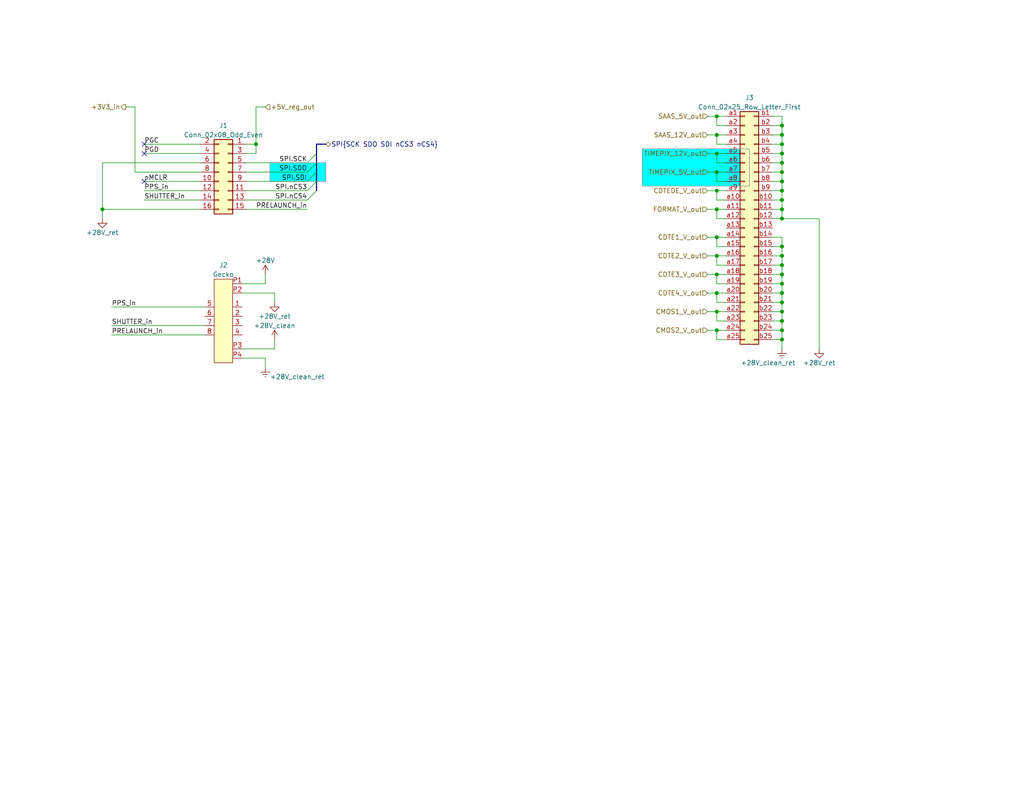
<source format=kicad_sch>
(kicad_sch (version 20230121) (generator eeschema)
  (paper "USLetter")
  (title_block (title "FOXSI-4 Power") (date "2024-10-24") (rev "3") (company "University of Minnesota"))
  (lib_symbols
    (symbol "Connector:Harwin_Gecko_2x4+1x4_Mount_Horizontal"
      (property "Reference" "J" (at 1.27 12.7 0))
      (property "Value" "Gecko" (at 0 1.27 0))
      (symbol "Harwin_Gecko_2x4+1x4_Mount_Horizontal_1_1"
        (rectangle (start -2.54 11.43) (end 2.54 -11.43) (fill (type background)))
        (pin passive line (at -5.08 3.81 0) (length 2.54) (name "") (number "1"))
        (pin passive line (at -5.08 1.27 0) (length 2.54) (name "") (number "2"))
        (pin passive line (at -5.08 -1.27 0) (length 2.54) (name "") (number "3"))
        (pin passive line (at -5.08 -3.81 0) (length 2.54) (name "") (number "4"))
        (pin passive line (at 5.08 3.81 180) (length 2.54) (name "") (number "5"))
        (pin passive line (at 5.08 1.27 180) (length 2.54) (name "") (number "6"))
        (pin passive line (at 5.08 -1.27 180) (length 2.54) (name "") (number "7"))
        (pin passive line (at 5.08 -3.81 180) (length 2.54) (name "") (number "8"))
        (pin passive line (at -5.08 10.16 0) (length 2.54) (name "") (number "P1"))
        (pin passive line (at -5.08 7.62 0) (length 2.54) (name "") (number "P2"))
        (pin passive line (at -5.08 -7.62 0) (length 2.54) (name "") (number "P3"))
        (pin passive line (at -5.08 -10.16 0) (length 2.54) (name "") (number "P4"))
      )
    )
    (symbol "Connector_Generic:Conn_02x08_Odd_Even" (pin_names (offset 1.016) hide)
      (property "Reference" "J" (at 1.27 10.16 0))
      (property "Value" "Conn_02x08_Odd_Even" (at 1.27 -12.7 0))
      (symbol "Conn_02x08_Odd_Even_1_1"
        (rectangle (start -1.27 -10.033) (end 0 -10.287) (stroke (width 0.1524)))
        (rectangle (start -1.27 -7.493) (end 0 -7.747) (stroke (width 0.1524)))
        (rectangle (start -1.27 -4.953) (end 0 -5.207) (stroke (width 0.1524)))
        (rectangle (start -1.27 -2.413) (end 0 -2.667) (stroke (width 0.1524)))
        (rectangle (start -1.27 0.127) (end 0 -0.127) (stroke (width 0.1524)))
        (rectangle (start -1.27 2.667) (end 0 2.413) (stroke (width 0.1524)))
        (rectangle (start -1.27 5.207) (end 0 4.953) (stroke (width 0.1524)))
        (rectangle (start -1.27 7.747) (end 0 7.493) (stroke (width 0.1524)))
        (rectangle (start -1.27 8.89) (end 3.81 -11.43) (stroke (width 0.254)) (fill (type background)))
        (rectangle (start 3.81 -10.033) (end 2.54 -10.287) (stroke (width 0.1524)))
        (rectangle (start 3.81 -7.493) (end 2.54 -7.747) (stroke (width 0.1524)))
        (rectangle (start 3.81 -4.953) (end 2.54 -5.207) (stroke (width 0.1524)))
        (rectangle (start 3.81 -2.413) (end 2.54 -2.667) (stroke (width 0.1524)))
        (rectangle (start 3.81 0.127) (end 2.54 -0.127) (stroke (width 0.1524)))
        (rectangle (start 3.81 2.667) (end 2.54 2.413) (stroke (width 0.1524)))
        (rectangle (start 3.81 5.207) (end 2.54 4.953) (stroke (width 0.1524)))
        (rectangle (start 3.81 7.747) (end 2.54 7.493) (stroke (width 0.1524)))
        (pin passive line (at -5.08 7.62 0) (length 3.81) (name "Pin_1") (number "1"))
        (pin passive line (at 7.62 -2.54 180) (length 3.81) (name "Pin_10") (number "10"))
        (pin passive line (at -5.08 -5.08 0) (length 3.81) (name "Pin_11") (number "11"))
        (pin passive line (at 7.62 -5.08 180) (length 3.81) (name "Pin_12") (number "12"))
        (pin passive line (at -5.08 -7.62 0) (length 3.81) (name "Pin_13") (number "13"))
        (pin passive line (at 7.62 -7.62 180) (length 3.81) (name "Pin_14") (number "14"))
        (pin passive line (at -5.08 -10.16 0) (length 3.81) (name "Pin_15") (number "15"))
        (pin passive line (at 7.62 -10.16 180) (length 3.81) (name "Pin_16") (number "16"))
        (pin passive line (at 7.62 7.62 180) (length 3.81) (name "Pin_2") (number "2"))
        (pin passive line (at -5.08 5.08 0) (length 3.81) (name "Pin_3") (number "3"))
        (pin passive line (at 7.62 5.08 180) (length 3.81) (name "Pin_4") (number "4"))
        (pin passive line (at -5.08 2.54 0) (length 3.81) (name "Pin_5") (number "5"))
        (pin passive line (at 7.62 2.54 180) (length 3.81) (name "Pin_6") (number "6"))
        (pin passive line (at -5.08 0 0) (length 3.81) (name "Pin_7") (number "7"))
        (pin passive line (at 7.62 0 180) (length 3.81) (name "Pin_8") (number "8"))
        (pin passive line (at -5.08 -2.54 0) (length 3.81) (name "Pin_9") (number "9"))
      )
    )
    (symbol "Connector_Generic:Conn_02x25_Row_Letter_First" (pin_names (offset 1.016) hide)
      (property "Reference" "J" (at 1.27 33.02 0))
      (property "Value" "Conn_02x25_Row_Letter_First" (at 1.27 -33.02 0))
      (symbol "Conn_02x25_Row_Letter_First_1_1"
        (rectangle (start -1.27 -30.353) (end 0 -30.607) (stroke (width 0.1524)))
        (rectangle (start -1.27 -27.813) (end 0 -28.067) (stroke (width 0.1524)))
        (rectangle (start -1.27 -25.273) (end 0 -25.527) (stroke (width 0.1524)))
        (rectangle (start -1.27 -22.733) (end 0 -22.987) (stroke (width 0.1524)))
        (rectangle (start -1.27 -20.193) (end 0 -20.447) (stroke (width 0.1524)))
        (rectangle (start -1.27 -17.653) (end 0 -17.907) (stroke (width 0.1524)))
        (rectangle (start -1.27 -15.113) (end 0 -15.367) (stroke (width 0.1524)))
        (rectangle (start -1.27 -12.573) (end 0 -12.827) (stroke (width 0.1524)))
        (rectangle (start -1.27 -10.033) (end 0 -10.287) (stroke (width 0.1524)))
        (rectangle (start -1.27 -7.493) (end 0 -7.747) (stroke (width 0.1524)))
        (rectangle (start -1.27 -4.953) (end 0 -5.207) (stroke (width 0.1524)))
        (rectangle (start -1.27 -2.413) (end 0 -2.667) (stroke (width 0.1524)))
        (rectangle (start -1.27 0.127) (end 0 -0.127) (stroke (width 0.1524)))
        (rectangle (start -1.27 2.667) (end 0 2.413) (stroke (width 0.1524)))
        (rectangle (start -1.27 5.207) (end 0 4.953) (stroke (width 0.1524)))
        (rectangle (start -1.27 7.747) (end 0 7.493) (stroke (width 0.1524)))
        (rectangle (start -1.27 10.287) (end 0 10.033) (stroke (width 0.1524)))
        (rectangle (start -1.27 12.827) (end 0 12.573) (stroke (width 0.1524)))
        (rectangle (start -1.27 15.367) (end 0 15.113) (stroke (width 0.1524)))
        (rectangle (start -1.27 17.907) (end 0 17.653) (stroke (width 0.1524)))
        (rectangle (start -1.27 20.447) (end 0 20.193) (stroke (width 0.1524)))
        (rectangle (start -1.27 22.987) (end 0 22.733) (stroke (width 0.1524)))
        (rectangle (start -1.27 25.527) (end 0 25.273) (stroke (width 0.1524)))
        (rectangle (start -1.27 28.067) (end 0 27.813) (stroke (width 0.1524)))
        (rectangle (start -1.27 30.607) (end 0 30.353) (stroke (width 0.1524)))
        (rectangle (start -1.27 31.75) (end 3.81 -31.75) (stroke (width 0.254)) (fill (type background)))
        (rectangle (start 3.81 -30.353) (end 2.54 -30.607) (stroke (width 0.1524)))
        (rectangle (start 3.81 -27.813) (end 2.54 -28.067) (stroke (width 0.1524)))
        (rectangle (start 3.81 -25.273) (end 2.54 -25.527) (stroke (width 0.1524)))
        (rectangle (start 3.81 -22.733) (end 2.54 -22.987) (stroke (width 0.1524)))
        (rectangle (start 3.81 -20.193) (end 2.54 -20.447) (stroke (width 0.1524)))
        (rectangle (start 3.81 -17.653) (end 2.54 -17.907) (stroke (width 0.1524)))
        (rectangle (start 3.81 -15.113) (end 2.54 -15.367) (stroke (width 0.1524)))
        (rectangle (start 3.81 -12.573) (end 2.54 -12.827) (stroke (width 0.1524)))
        (rectangle (start 3.81 -10.033) (end 2.54 -10.287) (stroke (width 0.1524)))
        (rectangle (start 3.81 -7.493) (end 2.54 -7.747) (stroke (width 0.1524)))
        (rectangle (start 3.81 -4.953) (end 2.54 -5.207) (stroke (width 0.1524)))
        (rectangle (start 3.81 -2.413) (end 2.54 -2.667) (stroke (width 0.1524)))
        (rectangle (start 3.81 0.127) (end 2.54 -0.127) (stroke (width 0.1524)))
        (rectangle (start 3.81 2.667) (end 2.54 2.413) (stroke (width 0.1524)))
        (rectangle (start 3.81 5.207) (end 2.54 4.953) (stroke (width 0.1524)))
        (rectangle (start 3.81 7.747) (end 2.54 7.493) (stroke (width 0.1524)))
        (rectangle (start 3.81 10.287) (end 2.54 10.033) (stroke (width 0.1524)))
        (rectangle (start 3.81 12.827) (end 2.54 12.573) (stroke (width 0.1524)))
        (rectangle (start 3.81 15.367) (end 2.54 15.113) (stroke (width 0.1524)))
        (rectangle (start 3.81 17.907) (end 2.54 17.653) (stroke (width 0.1524)))
        (rectangle (start 3.81 20.447) (end 2.54 20.193) (stroke (width 0.1524)))
        (rectangle (start 3.81 22.987) (end 2.54 22.733) (stroke (width 0.1524)))
        (rectangle (start 3.81 25.527) (end 2.54 25.273) (stroke (width 0.1524)))
        (rectangle (start 3.81 28.067) (end 2.54 27.813) (stroke (width 0.1524)))
        (rectangle (start 3.81 30.607) (end 2.54 30.353) (stroke (width 0.1524)))
        (pin passive line (at -5.08 30.48 0) (length 3.81) (name "Pin_a1") (number "a1"))
        (pin passive line (at -5.08 7.62 0) (length 3.81) (name "Pin_a10") (number "a10"))
        (pin passive line (at -5.08 5.08 0) (length 3.81) (name "Pin_a11") (number "a11"))
        (pin passive line (at -5.08 2.54 0) (length 3.81) (name "Pin_a12") (number "a12"))
        (pin passive line (at -5.08 0 0) (length 3.81) (name "Pin_a13") (number "a13"))
        (pin passive line (at -5.08 -2.54 0) (length 3.81) (name "Pin_a14") (number "a14"))
        (pin passive line (at -5.08 -5.08 0) (length 3.81) (name "Pin_a15") (number "a15"))
        (pin passive line (at -5.08 -7.62 0) (length 3.81) (name "Pin_a16") (number "a16"))
        (pin passive line (at -5.08 -10.16 0) (length 3.81) (name "Pin_a17") (number "a17"))
        (pin passive line (at -5.08 -12.7 0) (length 3.81) (name "Pin_a18") (number "a18"))
        (pin passive line (at -5.08 -15.24 0) (length 3.81) (name "Pin_a19") (number "a19"))
        (pin passive line (at -5.08 27.94 0) (length 3.81) (name "Pin_a2") (number "a2"))
        (pin passive line (at -5.08 -17.78 0) (length 3.81) (name "Pin_a20") (number "a20"))
        (pin passive line (at -5.08 -20.32 0) (length 3.81) (name "Pin_a21") (number "a21"))
        (pin passive line (at -5.08 -22.86 0) (length 3.81) (name "Pin_a22") (number "a22"))
        (pin passive line (at -5.08 -25.4 0) (length 3.81) (name "Pin_a23") (number "a23"))
        (pin passive line (at -5.08 -27.94 0) (length 3.81) (name "Pin_a24") (number "a24"))
        (pin passive line (at -5.08 -30.48 0) (length 3.81) (name "Pin_a25") (number "a25"))
        (pin passive line (at -5.08 25.4 0) (length 3.81) (name "Pin_a3") (number "a3"))
        (pin passive line (at -5.08 22.86 0) (length 3.81) (name "Pin_a4") (number "a4"))
        (pin passive line (at -5.08 20.32 0) (length 3.81) (name "Pin_a5") (number "a5"))
        (pin passive line (at -5.08 17.78 0) (length 3.81) (name "Pin_a6") (number "a6"))
        (pin passive line (at -5.08 15.24 0) (length 3.81) (name "Pin_a7") (number "a7"))
        (pin passive line (at -5.08 12.7 0) (length 3.81) (name "Pin_a8") (number "a8"))
        (pin passive line (at -5.08 10.16 0) (length 3.81) (name "Pin_a9") (number "a9"))
        (pin passive line (at 7.62 30.48 180) (length 3.81) (name "Pin_b1") (number "b1"))
        (pin passive line (at 7.62 7.62 180) (length 3.81) (name "Pin_b10") (number "b10"))
        (pin passive line (at 7.62 5.08 180) (length 3.81) (name "Pin_b11") (number "b11"))
        (pin passive line (at 7.62 2.54 180) (length 3.81) (name "Pin_b12") (number "b12"))
        (pin passive line (at 7.62 0 180) (length 3.81) (name "Pin_b13") (number "b13"))
        (pin passive line (at 7.62 -2.54 180) (length 3.81) (name "Pin_b14") (number "b14"))
        (pin passive line (at 7.62 -5.08 180) (length 3.81) (name "Pin_b15") (number "b15"))
        (pin passive line (at 7.62 -7.62 180) (length 3.81) (name "Pin_b16") (number "b16"))
        (pin passive line (at 7.62 -10.16 180) (length 3.81) (name "Pin_b17") (number "b17"))
        (pin passive line (at 7.62 -12.7 180) (length 3.81) (name "Pin_b18") (number "b18"))
        (pin passive line (at 7.62 -15.24 180) (length 3.81) (name "Pin_b19") (number "b19"))
        (pin passive line (at 7.62 27.94 180) (length 3.81) (name "Pin_b2") (number "b2"))
        (pin passive line (at 7.62 -17.78 180) (length 3.81) (name "Pin_b20") (number "b20"))
        (pin passive line (at 7.62 -20.32 180) (length 3.81) (name "Pin_b21") (number "b21"))
        (pin passive line (at 7.62 -22.86 180) (length 3.81) (name "Pin_b22") (number "b22"))
        (pin passive line (at 7.62 -25.4 180) (length 3.81) (name "Pin_b23") (number "b23"))
        (pin passive line (at 7.62 -27.94 180) (length 3.81) (name "Pin_b24") (number "b24"))
        (pin passive line (at 7.62 -30.48 180) (length 3.81) (name "Pin_b25") (number "b25"))
        (pin passive line (at 7.62 25.4 180) (length 3.81) (name "Pin_b3") (number "b3"))
        (pin passive line (at 7.62 22.86 180) (length 3.81) (name "Pin_b4") (number "b4"))
        (pin passive line (at 7.62 20.32 180) (length 3.81) (name "Pin_b5") (number "b5"))
        (pin passive line (at 7.62 17.78 180) (length 3.81) (name "Pin_b6") (number "b6"))
        (pin passive line (at 7.62 15.24 180) (length 3.81) (name "Pin_b7") (number "b7"))
        (pin passive line (at 7.62 12.7 180) (length 3.81) (name "Pin_b8") (number "b8"))
        (pin passive line (at 7.62 10.16 180) (length 3.81) (name "Pin_b9") (number "b9"))
      )
    )
    (symbol "power:+28V" (power) (pin_names (offset 0))
      (property "Value" "+28V" (at 0 3.81 0))
      (symbol "+28V_0_1"
        (polyline (pts (xy -0.762 1.27) (xy 0 2.54)))
        (polyline (pts (xy 0 0) (xy 0 2.54)))
        (polyline (pts (xy 0 2.54) (xy 0.762 1.27)))
      )
      (symbol "+28V_1_1"
        (pin power_in line (at 0 0 90) (length 0) hide (name "+28V") (number "1"))
      )
    )
    (symbol "power:+28V_clean" (power) (pin_names (offset 0))
      (property "Value" "+28V_clean" (at 0 3.556 0))
      (symbol "+28V_clean_0_1"
        (polyline (pts (xy -0.762 1.27) (xy 0 2.54)))
        (polyline (pts (xy 0 0) (xy 0 2.54)))
        (polyline (pts (xy 0 2.54) (xy 0.762 1.27)))
      )
      (symbol "+28V_clean_1_1"
        (pin power_in line (at 0 0 90) (length 0) hide (name "+28V_clean") (number "1"))
      )
    )
    (symbol "power:+28V_clean_ret" (power) (pin_names (offset 0))
      (symbol "+28V_clean_ret_0_1"
        (polyline (pts (xy -0.635 -1.905) (xy 0.635 -1.905)))
        (polyline (pts (xy -0.127 -2.54) (xy 0.127 -2.54)))
        (polyline (pts (xy 0 -1.27) (xy 0 0)))
        (polyline (pts (xy 1.27 -1.27) (xy -1.27 -1.27)))
      )
      (symbol "+28V_clean_ret_1_1"
        (pin power_in line (at 0 0 270) (length 0) hide (name "+28V_clean_ret") (number "1"))
      )
    )
    (symbol "power:+28V_ret" (power) (pin_names (offset 0))
      (property "Value" "+28V_ret" (at 0 -3.81 0))
      (symbol "+28V_ret_0_1"
        (polyline (pts (xy 0 0) (xy 0 -1.27) (xy 1.27 -1.27) (xy 0 -2.54) (xy -1.27 -1.27) (xy 0 -1.27)))
      )
      (symbol "+28V_ret_1_1"
        (pin power_in line (at 0 0 270) (length 0) hide (name "+28V_ret") (number "1"))
      )
    )
  )
  (junction (at 213.36 57.15))
  (junction (at 195.58 64.77))
  (junction (at 195.58 57.15))
  (junction (at 213.36 39.37))
  (junction (at 213.36 69.85))
  (junction (at 195.58 80.01))
  (junction (at 213.36 87.63))
  (junction (at 213.36 44.45))
  (junction (at 195.58 85.09))
  (junction (at 213.36 34.29))
  (junction (at 213.36 85.09))
  (junction (at 69.85 39.37))
  (junction (at 27.94 57.15))
  (junction (at 213.36 36.83))
  (junction (at 195.58 69.85))
  (junction (at 195.58 36.83))
  (junction (at 213.36 46.99))
  (junction (at 195.58 46.99))
  (junction (at 213.36 54.61))
  (junction (at 213.36 59.69))
  (junction (at 213.36 90.17))
  (junction (at 213.36 49.53))
  (junction (at 195.58 52.07))
  (junction (at 213.36 41.91))
  (junction (at 195.58 31.75))
  (junction (at 213.36 77.47))
  (junction (at 195.58 90.17))
  (junction (at 195.58 41.91))
  (junction (at 213.36 82.55))
  (junction (at 213.36 92.71))
  (junction (at 213.36 72.39))
  (junction (at 213.36 67.31))
  (junction (at 213.36 80.01))
  (junction (at 195.58 74.93))
  (junction (at 213.36 74.93))
  (junction (at 213.36 52.07))
  (no_connect (at 39.37 41.91))
  (no_connect (at 39.37 49.53))
  (no_connect (at 39.37 39.37))
  (bus_entry (at 83.82 52.07) (size 2.54 -2.54))
  (bus_entry (at 83.82 46.99) (size 2.54 -2.54))
  (bus_entry (at 83.82 54.61) (size 2.54 -2.54))
  (bus_entry (at 83.82 49.53) (size 2.54 -2.54))
  (bus_entry (at 83.82 44.45) (size 2.54 -2.54))
  (wire (pts (xy 27.94 57.15) (xy 54.61 57.15)))
  (wire (pts (xy 193.04 64.77) (xy 195.58 64.77)))
  (wire (pts (xy 198.12 31.75) (xy 195.58 31.75)))
  (wire (pts (xy 213.36 31.75) (xy 213.36 34.29)))
  (wire (pts (xy 210.82 72.39) (xy 213.36 72.39)))
  (wire (pts (xy 210.82 85.09) (xy 213.36 85.09)))
  (wire (pts (xy 67.31 57.15) (xy 83.82 57.15)))
  (wire (pts (xy 198.12 85.09) (xy 195.58 85.09)))
  (wire (pts (xy 213.36 36.83) (xy 213.36 39.37)))
  (wire (pts (xy 213.36 49.53) (xy 213.36 52.07)))
  (wire (pts (xy 195.58 82.55) (xy 198.12 82.55)))
  (wire (pts (xy 193.04 46.99) (xy 195.58 46.99)))
  (wire (pts (xy 195.58 46.99) (xy 195.58 49.53)))
  (wire (pts (xy 193.04 57.15) (xy 195.58 57.15)))
  (wire (pts (xy 39.37 54.61) (xy 54.61 54.61)))
  (wire (pts (xy 198.12 57.15) (xy 195.58 57.15)))
  (wire (pts (xy 195.58 69.85) (xy 195.58 72.39)))
  (wire (pts (xy 195.58 67.31) (xy 198.12 67.31)))
  (wire (pts (xy 198.12 36.83) (xy 195.58 36.83)))
  (wire (pts (xy 193.04 41.91) (xy 195.58 41.91)))
  (wire (pts (xy 213.36 44.45) (xy 213.36 46.99)))
  (wire (pts (xy 66.04 97.79) (xy 72.39 97.79)))
  (wire (pts (xy 69.85 39.37) (xy 69.85 41.91)))
  (wire (pts (xy 195.58 92.71) (xy 198.12 92.71)))
  (wire (pts (xy 67.31 39.37) (xy 69.85 39.37)))
  (wire (pts (xy 213.36 92.71) (xy 213.36 95.25)))
  (wire (pts (xy 55.88 83.82) (xy 30.48 83.82)))
  (wire (pts (xy 193.04 31.75) (xy 195.58 31.75)))
  (wire (pts (xy 67.31 52.07) (xy 83.82 52.07)))
  (wire (pts (xy 195.58 34.29) (xy 198.12 34.29)))
  (wire (pts (xy 195.58 85.09) (xy 195.58 87.63)))
  (wire (pts (xy 213.36 57.15) (xy 213.36 59.69)))
  (wire (pts (xy 210.82 69.85) (xy 213.36 69.85)))
  (wire (pts (xy 198.12 69.85) (xy 195.58 69.85)))
  (wire (pts (xy 210.82 52.07) (xy 213.36 52.07)))
  (wire (pts (xy 72.39 97.79) (xy 72.39 100.33)))
  (wire (pts (xy 213.36 39.37) (xy 213.36 41.91)))
  (wire (pts (xy 74.93 95.25) (xy 66.04 95.25)))
  (wire (pts (xy 67.31 41.91) (xy 69.85 41.91)))
  (wire (pts (xy 27.94 44.45) (xy 27.94 57.15)))
  (bus (pts (xy 86.36 49.53) (xy 86.36 46.99)))
  (wire (pts (xy 213.36 54.61) (xy 213.36 57.15)))
  (wire (pts (xy 39.37 41.91) (xy 54.61 41.91)))
  (wire (pts (xy 210.82 31.75) (xy 213.36 31.75)))
  (wire (pts (xy 213.36 72.39) (xy 213.36 69.85)))
  (wire (pts (xy 198.12 80.01) (xy 195.58 80.01)))
  (wire (pts (xy 193.04 90.17) (xy 195.58 90.17)))
  (wire (pts (xy 210.82 87.63) (xy 213.36 87.63)))
  (wire (pts (xy 213.36 34.29) (xy 213.36 36.83)))
  (wire (pts (xy 55.88 88.9) (xy 30.48 88.9)))
  (wire (pts (xy 213.36 92.71) (xy 213.36 90.17)))
  (wire (pts (xy 67.31 44.45) (xy 83.82 44.45)))
  (wire (pts (xy 195.58 39.37) (xy 198.12 39.37)))
  (wire (pts (xy 195.58 90.17) (xy 195.58 92.71)))
  (wire (pts (xy 193.04 52.07) (xy 195.58 52.07)))
  (wire (pts (xy 213.36 46.99) (xy 213.36 49.53)))
  (wire (pts (xy 195.58 87.63) (xy 198.12 87.63)))
  (bus (pts (xy 86.36 44.45) (xy 86.36 41.91)))
  (wire (pts (xy 210.82 90.17) (xy 213.36 90.17)))
  (wire (pts (xy 195.58 59.69) (xy 198.12 59.69)))
  (wire (pts (xy 54.61 44.45) (xy 27.94 44.45)))
  (wire (pts (xy 39.37 49.53) (xy 54.61 49.53)))
  (wire (pts (xy 66.04 80.01) (xy 74.93 80.01)))
  (wire (pts (xy 213.36 59.69) (xy 223.52 59.69)))
  (wire (pts (xy 210.82 92.71) (xy 213.36 92.71)))
  (wire (pts (xy 198.12 64.77) (xy 195.58 64.77)))
  (wire (pts (xy 210.82 82.55) (xy 213.36 82.55)))
  (wire (pts (xy 66.04 77.47) (xy 72.39 77.47)))
  (wire (pts (xy 213.36 74.93) (xy 213.36 72.39)))
  (wire (pts (xy 69.85 29.21) (xy 69.85 39.37)))
  (wire (pts (xy 210.82 67.31) (xy 213.36 67.31)))
  (wire (pts (xy 210.82 34.29) (xy 213.36 34.29)))
  (wire (pts (xy 195.58 74.93) (xy 195.58 77.47)))
  (wire (pts (xy 210.82 49.53) (xy 213.36 49.53)))
  (wire (pts (xy 74.93 92.71) (xy 74.93 95.25)))
  (wire (pts (xy 210.82 46.99) (xy 213.36 46.99)))
  (wire (pts (xy 213.36 77.47) (xy 213.36 74.93)))
  (wire (pts (xy 210.82 64.77) (xy 213.36 64.77)))
  (wire (pts (xy 67.31 49.53) (xy 83.82 49.53)))
  (wire (pts (xy 210.82 54.61) (xy 213.36 54.61)))
  (wire (pts (xy 72.39 74.93) (xy 72.39 77.47)))
  (bus (pts (xy 86.36 39.37) (xy 88.9 39.37)))
  (wire (pts (xy 67.31 46.99) (xy 83.82 46.99)))
  (wire (pts (xy 213.36 82.55) (xy 213.36 80.01)))
  (wire (pts (xy 195.58 31.75) (xy 195.58 34.29)))
  (wire (pts (xy 195.58 64.77) (xy 195.58 67.31)))
  (wire (pts (xy 210.82 77.47) (xy 213.36 77.47)))
  (wire (pts (xy 27.94 57.15) (xy 27.94 59.69)))
  (wire (pts (xy 55.88 91.44) (xy 30.48 91.44)))
  (wire (pts (xy 74.93 80.01) (xy 74.93 82.55)))
  (wire (pts (xy 195.58 44.45) (xy 198.12 44.45)))
  (wire (pts (xy 198.12 52.07) (xy 195.58 52.07)))
  (wire (pts (xy 210.82 39.37) (xy 213.36 39.37)))
  (wire (pts (xy 195.58 54.61) (xy 198.12 54.61)))
  (wire (pts (xy 210.82 80.01) (xy 213.36 80.01)))
  (wire (pts (xy 213.36 90.17) (xy 213.36 87.63)))
  (wire (pts (xy 39.37 39.37) (xy 54.61 39.37)))
  (wire (pts (xy 67.31 54.61) (xy 83.82 54.61)))
  (wire (pts (xy 195.58 52.07) (xy 195.58 54.61)))
  (wire (pts (xy 69.85 29.21) (xy 72.39 29.21)))
  (wire (pts (xy 210.82 59.69) (xy 213.36 59.69)))
  (wire (pts (xy 213.36 69.85) (xy 213.36 67.31)))
  (wire (pts (xy 195.58 72.39) (xy 198.12 72.39)))
  (wire (pts (xy 36.83 46.99) (xy 54.61 46.99)))
  (wire (pts (xy 198.12 46.99) (xy 195.58 46.99)))
  (wire (pts (xy 213.36 52.07) (xy 213.36 54.61)))
  (wire (pts (xy 213.36 80.01) (xy 213.36 77.47)))
  (wire (pts (xy 210.82 44.45) (xy 213.36 44.45)))
  (wire (pts (xy 210.82 36.83) (xy 213.36 36.83)))
  (wire (pts (xy 210.82 41.91) (xy 213.36 41.91)))
  (wire (pts (xy 195.58 80.01) (xy 195.58 82.55)))
  (wire (pts (xy 198.12 90.17) (xy 195.58 90.17)))
  (wire (pts (xy 195.58 77.47) (xy 198.12 77.47)))
  (wire (pts (xy 193.04 80.01) (xy 195.58 80.01)))
  (wire (pts (xy 34.29 29.21) (xy 36.83 29.21)))
  (wire (pts (xy 195.58 49.53) (xy 198.12 49.53)))
  (wire (pts (xy 39.37 52.07) (xy 54.61 52.07)))
  (bus (pts (xy 86.36 46.99) (xy 86.36 44.45)))
  (wire (pts (xy 193.04 85.09) (xy 195.58 85.09)))
  (wire (pts (xy 195.58 57.15) (xy 195.58 59.69)))
  (wire (pts (xy 198.12 74.93) (xy 195.58 74.93)))
  (wire (pts (xy 193.04 69.85) (xy 195.58 69.85)))
  (wire (pts (xy 195.58 36.83) (xy 195.58 39.37)))
  (wire (pts (xy 213.36 87.63) (xy 213.36 85.09)))
  (wire (pts (xy 198.12 41.91) (xy 195.58 41.91)))
  (bus (pts (xy 86.36 41.91) (xy 86.36 39.37)))
  (wire (pts (xy 213.36 64.77) (xy 213.36 67.31)))
  (wire (pts (xy 195.58 41.91) (xy 195.58 44.45)))
  (wire (pts (xy 213.36 85.09) (xy 213.36 82.55)))
  (wire (pts (xy 213.36 41.91) (xy 213.36 44.45)))
  (bus (pts (xy 86.36 52.07) (xy 86.36 49.53)))
  (wire (pts (xy 210.82 74.93) (xy 213.36 74.93)))
  (wire (pts (xy 210.82 57.15) (xy 213.36 57.15)))
  (wire (pts (xy 36.83 29.21) (xy 36.83 46.99)))
  (wire (pts (xy 223.52 59.69) (xy 223.52 95.25)))
  (wire (pts (xy 193.04 36.83) (xy 195.58 36.83)))
  (wire (pts (xy 193.04 74.93) (xy 195.58 74.93)))
  (rectangle (start 175.26 40.64) (end 204.47 50.8) (stroke (width 0) (color 132 132 132 1)) (fill (type color) (color 0 255 255 1)))
  (rectangle (start 73.66 44.45) (end 88.9 49.53) (stroke (width 0) (color 132 132 132 1)) (fill (type color) (color 0 255 255 1)))
  (label "PPS_in" (at 39.37 52.07 0))
  (label "PRELAUNCH_in" (at 30.48 91.44 0))
  (label "SPI.SCK" (at 83.82 44.45 180))
  (label "SPI.SDO" (at 83.82 46.99 180))
  (label "SPI.nCS4" (at 83.82 54.61 180))
  (label "SHUTTER_in" (at 30.48 88.9 0))
  (label "PPS_in" (at 30.48 83.82 0))
  (label "nMCLR" (at 39.37 49.53 0))
  (label "SPI.nCS3" (at 83.82 52.07 180))
  (label "PGD" (at 39.37 41.91 0))
  (label "PGC" (at 39.37 39.37 0))
  (label "PRELAUNCH_in" (at 83.82 57.15 180))
  (label "SPI.SDI" (at 83.82 49.53 180))
  (label "SHUTTER_in" (at 39.37 54.61 0))
  (hierarchical_label "CDTE2_V_out" (shape input) (at 193.04 69.85 180))
  (hierarchical_label "SAAS_12V_out" (shape input) (at 193.04 36.83 180))
  (hierarchical_label "CDTE3_V_out" (shape input) (at 193.04 74.93 180))
  (hierarchical_label "CDTEDE_V_out" (shape input) (at 193.04 52.07 180))
  (hierarchical_label "SAAS_5V_out" (shape input) (at 193.04 31.75 180))
  (hierarchical_label "FORMAT_V_out" (shape input) (at 193.04 57.15 180))
  (hierarchical_label "CDTE1_V_out" (shape input) (at 193.04 64.77 180))
  (hierarchical_label "CDTE4_V_out" (shape input) (at 193.04 80.01 180))
  (hierarchical_label "TIMEPIX_5V_out" (shape input) (at 193.04 46.99 180))
  (hierarchical_label "+5V_reg_out" (shape input) (at 72.39 29.21 0))
  (hierarchical_label "CMOS2_V_out" (shape input) (at 193.04 90.17 180))
  (hierarchical_label "TIMEPIX_12V_out" (shape input) (at 193.04 41.91 180))
  (hierarchical_label "SPI{SCK SDO SDI nCS3 nCS4}" (shape bidirectional) (at 88.9 39.37 0))
  (hierarchical_label "+3V3_in" (shape output) (at 34.29 29.21 180))
  (hierarchical_label "CMOS1_V_out" (shape input) (at 193.04 85.09 180))
  (symbol (lib_id "power:+28V_clean_ret") (at 213.36 95.25 0) (unit 1)
    (property "Reference" "#PWR08" (effects hide))
    (property "Value" "+28V_clean_ret" (at 209.55 99.06 0))
    (instances (project "power" (path "" (reference "#PWR08") (unit 1)) (path "" (reference "#PWR027") (unit 1))))
  )
  (symbol (lib_id "Connector:Harwin_Gecko_2x4+1x4_Mount_Horizontal") (at 60.96 87.63 0) (mirror y) (unit 1)
    (property "Reference" "J2" (at 60.96 72.39 0))
    (property "Value" "Gecko" (at 60.96 74.93 0))
    (property "Footprint" "Connector_Harwin:Harwin_Gecko-G125-MH10805M4-2AD2ADP_Horizontal" (effects hide))
    (property "Datasheet" "https://cdn.harwin.com/pdfs/G125-MHX0805M4-2AD2ADP.pdf" (effects hide))
  )
  (symbol (lib_id "power:+28V_ret") (at 74.93 82.55 0) (unit 1)
    (property "Reference" "#PWR09" (effects hide))
    (property "Value" "+28V_ret" (at 74.93 86.36 0))
    (instances (project "power" (path "" (reference "#PWR09") (unit 1)) (path "" (reference "#PWR05") (unit 1))))
  )
  (symbol (lib_id "power:+28V_ret") (at 223.52 95.25 0) (unit 1)
    (property "Reference" "#PWR09" (effects hide))
    (property "Value" "+28V_ret" (at 223.52 99.06 0))
    (instances (project "power" (path "" (reference "#PWR09") (unit 1)) (path "" (reference "#PWR028") (unit 1))))
  )
  (symbol (lib_id "power:+28V") (at 72.39 74.93 0) (unit 1)
    (property "Reference" "#PWR02" (effects hide))
    (property "Value" "+28V" (at 72.39 71.12 0))
  )
  (symbol (lib_id "power:+28V_ret") (at 27.94 59.69 0) (unit 1)
    (property "Reference" "#PWR09" (effects hide))
    (property "Value" "+28V_ret" (at 27.94 63.5 0))
    (instances (project "power" (path "" (reference "#PWR09") (unit 1)) (path "" (reference "#PWR010") (unit 1))))
  )
  (symbol (lib_id "power:+28V_clean_ret") (at 72.39 100.33 0) (unit 1)
    (property "Reference" "#PWR08" (effects hide))
    (property "Value" "+28V_clean_ret" (at 73.66 102.87 0) (effects (justify left)))
    (instances (project "power" (path "" (reference "#PWR08") (unit 1)) (path "" (reference "#PWR03") (unit 1))))
  )
  (symbol (lib_id "Connector_Generic:Conn_02x08_Odd_Even") (at 62.23 46.99 0) (mirror y) (unit 1)
    (property "Reference" "J1" (at 60.96 34.29 0))
    (property "Value" "Conn_02x08_Odd_Even" (at 60.96 36.83 0))
    (property "Footprint" "Connector_PinHeader_2.54mm:PinHeader_2x08_P2.54mm_Vertical" (effects hide))
  )
  (symbol (lib_id "Connector_Generic:Conn_02x25_Row_Letter_First") (at 203.2 62.23 0) (unit 1)
    (property "Reference" "J3" (at 204.47 26.67 0))
    (property "Value" "Conn_02x25_Row_Letter_First" (at 204.47 29.21 0))
    (property "Footprint" "Connector_Harwin:Harwin_JTek-Male_2x25_P2.00mm_Vertical" (effects hide))
  )
  (symbol (lib_id "power:+28V_clean") (at 74.93 92.71 0) (unit 1)
    (property "Reference" "#PWR04" (effects hide))
    (property "Value" "+28V_clean" (at 74.93 88.9 0))
  )
)
</source>
